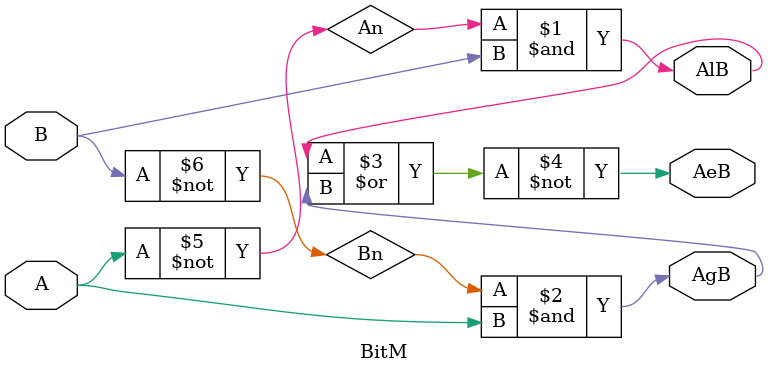
<source format=v>
module BitM(
  input A,
  input B,
  output AlB,
  output AeB,
  output AgB  
);

    wire An, Bn;

    not n1 (An, A);
    not n2 (Bn, B);

    and a1 (AlB, An, B);
    and a2 (AgB, Bn, A);

    nor nor1 (AeB, AlB, AgB);

endmodule
</source>
